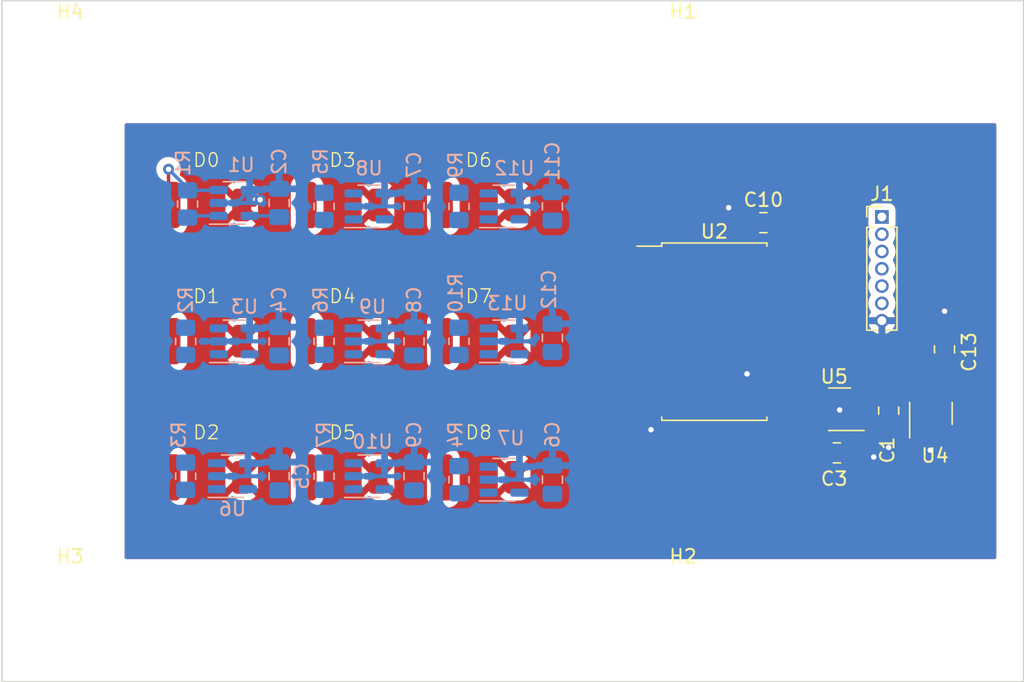
<source format=kicad_pcb>
(kicad_pcb (version 20221018) (generator pcbnew)
  (layers (0 "F.Cu" signal) (31 "B.Cu" signal) (34 "B.Paste" user) (35 "F.Paste" user) (36 "B.SilkS" user "B.Silkscreen") (37 "F.SilkS" user "F.Silkscreen") (38 "B.Mask" user) (39 "F.Mask" user) (44 "Edge.Cuts" user))
  (net 0 "")
  (net 1 "Net-(U4-VREF)")
  (net 2 "GND")
  (net 3 "+3.3V")
  (net 4 "Net-(D0-K)")
  (net 5 "Net-(D1-K)")
  (net 6 "Net-(D2-K)")
  (net 7 "Net-(D3-K)")
  (net 8 "Net-(D4-K)")
  (net 9 "Net-(D5-K)")
  (net 10 "Net-(D6-K)")
  (net 11 "Net-(D7-K)")
  (net 12 "Net-(D8-K)")
  (net 13 "EOC")
  (net 14 "DATA_OUT")
  (net 15 "DATA_IN")
  (net 16 "~{CS}")
  (net 17 "I{slash}O_CLK")
  (net 18 "Diode_0")
  (net 19 "Diode_1")
  (net 20 "Diode_2")
  (net 21 "Diode_8")
  (net 22 "Diode_3")
  (net 23 "Diode_4")
  (net 24 "Diode_5")
  (net 25 "Diode_6")
  (net 26 "Diode_7")
  (net 29 "Net-(U2-REF+)")
  (footprint "Capacitor_SMD:C_0805_2012Metric_Pad1.18x1.45mm_HandSolder" (layer "F.Cu") (at 130.1 85.1 -90)
    (fp_text reference "C1" (at 2.9 0.1 90) (layer "F.SilkS"))
    (fp_text value "22n")
    (fp_line (start -0.261252 -0.735) (end 0.261252 -0.735) (stroke (width 0.12)) (layer "F.SilkS"))
    (fp_line (start -0.261252 0.735) (end 0.261252 0.735) (stroke (width 0.12)) (layer "F.SilkS"))
    (pad "1" smd roundrect (at -1.0375 0 270) (size 1.175 1.45) (layers "F.Cu" "F.Paste" "F.Mask") (roundrect_rratio 0.212766) (net 1 "Net-(U4-VREF)"))
    (pad "2" smd roundrect (at 1.0375 0 270) (size 1.175 1.45) (layers "F.Cu" "F.Paste" "F.Mask") (roundrect_rratio 0.212766) (net 2 "GND"))
  )
  (footprint "Package_SO:SOIC-20W_7.5x12.8mm_P1.27mm" (layer "F.Cu") (at 117.3 79.3)
    (fp_text reference "U2" (at 0 -7.35) (layer "F.SilkS"))
    (fp_text value "TLV2553")
    (fp_line (start -3.86 -6.51) (end -3.86 -6.275) (stroke (width 0.12)) (layer "F.SilkS"))
    (fp_line (start -3.86 -6.275) (end -5.675 -6.275) (stroke (width 0.12)) (layer "F.SilkS"))
    (fp_line (start -3.86 6.51) (end -3.86 6.275) (stroke (width 0.12)) (layer "F.SilkS"))
    (fp_line (start 0 -6.51) (end -3.86 -6.51) (stroke (width 0.12)) (layer "F.SilkS"))
    (fp_line (start 0 -6.51) (end 3.86 -6.51) (stroke (width 0.12)) (layer "F.SilkS"))
    (fp_line (start 0 6.51) (end -3.86 6.51) (stroke (width 0.12)) (layer "F.SilkS"))
    (fp_line (start 0 6.51) (end 3.86 6.51) (stroke (width 0.12)) (layer "F.SilkS"))
    (fp_line (start 3.86 -6.51) (end 3.86 -6.275) (stroke (width 0.12)) (layer "F.SilkS"))
    (fp_line (start 3.86 6.51) (end 3.86 6.275) (stroke (width 0.12)) (layer "F.SilkS"))
    (pad "1" smd roundrect (at -4.65 -5.715) (size 2.05 0.6) (layers "F.Cu" "F.Paste" "F.Mask") (net 18 "Diode_0"))
    (pad "2" smd roundrect (at -4.65 -4.445) (size 2.05 0.6) (layers "F.Cu" "F.Paste" "F.Mask") (net 19 "Diode_1"))
    (pad "3" smd roundrect (at -4.65 -3.175) (size 2.05 0.6) (layers "F.Cu" "F.Paste" "F.Mask") (net 20 "Diode_2"))
    (pad "4" smd roundrect (at -4.65 -1.905) (size 2.05 0.6) (layers "F.Cu" "F.Paste" "F.Mask") (net 22 "Diode_3"))
    (pad "5" smd roundrect (at -4.65 -0.635) (size 2.05 0.6) (layers "F.Cu" "F.Paste" "F.Mask") (net 23 "Diode_4"))
    (pad "6" smd roundrect (at -4.65 0.635) (size 2.05 0.6) (layers "F.Cu" "F.Paste" "F.Mask") (net 24 "Diode_5"))
    (pad "7" smd roundrect (at -4.65 1.905) (size 2.05 0.6) (layers "F.Cu" "F.Paste" "F.Mask") (net 25 "Diode_6"))
    (pad "8" smd roundrect (at -4.65 3.175) (size 2.05 0.6) (layers "F.Cu" "F.Paste" "F.Mask") (net 26 "Diode_7"))
    (pad "9" smd roundrect (at -4.65 4.445) (size 2.05 0.6) (layers "F.Cu" "F.Paste" "F.Mask") (net 21 "Diode_8"))
    (pad "10" smd roundrect (at -4.65 5.715) (size 2.05 0.6) (layers "F.Cu" "F.Paste" "F.Mask") (net 2 "GND"))
    (pad "11" smd roundrect (at 4.65 5.715) (size 2.05 0.6) (layers "F.Cu" "F.Paste" "F.Mask"))
    (pad "12" smd roundrect (at 4.65 4.445) (size 2.05 0.6) (layers "F.Cu" "F.Paste" "F.Mask"))
    (pad "13" smd roundrect (at 4.65 3.175) (size 2.05 0.6) (layers "F.Cu" "F.Paste" "F.Mask") (net 2 "GND"))
    (pad "14" smd roundrect (at 4.65 1.905) (size 2.05 0.6) (layers "F.Cu" "F.Paste" "F.Mask") (net 29 "Net-(U2-REF+)"))
    (pad "15" smd roundrect (at 4.65 0.635) (size 2.05 0.6) (layers "F.Cu" "F.Paste" "F.Mask") (net 16 "~{CS}"))
    (pad "16" smd roundrect (at 4.65 -0.635) (size 2.05 0.6) (layers "F.Cu" "F.Paste" "F.Mask") (net 14 "DATA_OUT"))
    (pad "17" smd roundrect (at 4.65 -1.905) (size 2.05 0.6) (layers "F.Cu" "F.Paste" "F.Mask") (net 15 "DATA_IN"))
    (pad "18" smd roundrect (at 4.65 -3.175) (size 2.05 0.6) (layers "F.Cu" "F.Paste" "F.Mask") (net 17 "I{slash}O_CLK"))
    (pad "19" smd roundrect (at 4.65 -4.445) (size 2.05 0.6) (layers "F.Cu" "F.Paste" "F.Mask") (net 13 "EOC"))
    (pad "20" smd roundrect (at 4.65 -5.715) (size 2.05 0.6) (layers "F.Cu" "F.Paste" "F.Mask") (net 3 "+3.3V"))
  )
  (footprint "Doides:Osram_SFH2240" (layer "F.Cu") (at 90 80)
    (fp_text reference "D4" (at 0 -3.3 unlocked) (layer "F.SilkS") (effects (font (thickness 0.1))))
    (fp_text value "SFH2240A01")
    (pad "1" smd roundrect (at -2.6 0 90) (size 3.4 1.4) (layers "F.Cu" "F.Paste" "F.Mask") (net 8 "Net-(D4-K)"))
    (pad "2" smd roundrect (at 2.6 0 90) (size 2.4 1.4) (layers "F.Cu" "F.Paste" "F.Mask") (net 2 "GND"))
  )
  (footprint "Doides:Osram_SFH2240" (layer "F.Cu") (at 80 70)
    (fp_text reference "D0" (at 0 -3.3 unlocked) (layer "F.SilkS") (effects (font (thickness 0.1))))
    (fp_text value "SFH2240A01")
    (pad "1" smd roundrect (at -2.6 0 90) (size 3.4 1.4) (layers "F.Cu" "F.Paste" "F.Mask") (net 4 "Net-(D0-K)"))
    (pad "2" smd roundrect (at 2.6 0 90) (size 2.4 1.4) (layers "F.Cu" "F.Paste" "F.Mask") (net 2 "GND"))
  )
  (footprint "Doides:Osram_SFH2240" (layer "F.Cu") (at 90 70)
    (fp_text reference "D3" (at 0 -3.3 unlocked) (layer "F.SilkS") (effects (font (thickness 0.1))))
    (fp_text value "SFH2240A01")
    (pad "1" smd roundrect (at -2.6 0 90) (size 3.4 1.4) (layers "F.Cu" "F.Paste" "F.Mask") (net 7 "Net-(D3-K)"))
    (pad "2" smd roundrect (at 2.6 0 90) (size 2.4 1.4) (layers "F.Cu" "F.Paste" "F.Mask") (net 2 "GND"))
  )
  (footprint "Connector_PinHeader_1.27mm:PinHeader_1x07_P1.27mm_Vertical" (layer "F.Cu") (at 129.6 70.875)
    (fp_text reference "J1" (at 0 -1.695) (layer "F.SilkS"))
    (fp_text value "To/From FPGA")
    (fp_line (start -1.11 -0.76) (end 0 -0.76) (stroke (width 0.12)) (layer "F.SilkS"))
    (fp_line (start -1.11 0) (end -1.11 -0.76) (stroke (width 0.12)) (layer "F.SilkS"))
    (fp_line (start -1.11 0.76) (end -1.11 8.315) (stroke (width 0.12)) (layer "F.SilkS"))
    (fp_line (start -1.11 0.76) (end -0.563471 0.76) (stroke (width 0.12)) (layer "F.SilkS"))
    (fp_line (start -1.11 8.315) (end -0.30753 8.315) (stroke (width 0.12)) (layer "F.SilkS"))
    (fp_line (start 0.30753 8.315) (end 1.11 8.315) (stroke (width 0.12)) (layer "F.SilkS"))
    (fp_line (start 0.563471 0.76) (end 1.11 0.76) (stroke (width 0.12)) (layer "F.SilkS"))
    (fp_line (start 1.11 0.76) (end 1.11 8.315) (stroke (width 0.12)) (layer "F.SilkS"))
    (pad "1" thru_hole rect (at 0 0) (size 1 1) (drill 0.65) (layers "*.Cu" "*.Mask") (net 3 "+3.3V"))
    (pad "2" thru_hole oval (at 0 1.27) (size 1 1) (drill 0.65) (layers "*.Cu" "*.Mask") (net 13 "EOC"))
    (pad "3" thru_hole oval (at 0 2.54) (size 1 1) (drill 0.65) (layers "*.Cu" "*.Mask") (net 14 "DATA_OUT"))
    (pad "4" thru_hole oval (at 0 3.81) (size 1 1) (drill 0.65) (layers "*.Cu" "*.Mask") (net 15 "DATA_IN"))
    (pad "5" thru_hole oval (at 0 5.08) (size 1 1) (drill 0.65) (layers "*.Cu" "*.Mask") (net 16 "~{CS}"))
    (pad "6" thru_hole oval (at 0 6.35) (size 1 1) (drill 0.65) (layers "*.Cu" "*.Mask") (net 17 "I{slash}O_CLK"))
    (pad "7" thru_hole oval (at 0 7.62) (size 1 1) (drill 0.65) (layers "*.Cu" "*.Mask") (net 2 "GND"))
  )
  (footprint "Package_TO_SOT_SMD:SOT-23-5" (layer "F.Cu") (at 126.5 85 180)
    (fp_text reference "U5" (at 0.4 2.4) (layer "F.SilkS"))
    (fp_text value "MCP601")
    (fp_line (start 0 -1.56) (end -1.8 -1.56) (stroke (width 0.12)) (layer "F.SilkS"))
    (fp_line (start 0 -1.56) (end 0.8 -1.56) (stroke (width 0.12)) (layer "F.SilkS"))
    (fp_line (start 0 1.56) (end -0.8 1.56) (stroke (width 0.12)) (layer "F.SilkS"))
    (fp_line (start 0 1.56) (end 0.8 1.56) (stroke (width 0.12)) (layer "F.SilkS"))
    (pad "1" smd roundrect (at -1.1375 -0.95 180) (size 1.325 0.6) (layers "F.Cu" "F.Paste" "F.Mask") (net 29 "Net-(U2-REF+)"))
    (pad "2" smd roundrect (at -1.1375 0 180) (size 1.325 0.6) (layers "F.Cu" "F.Paste" "F.Mask") (net 2 "GND"))
    (pad "3" smd roundrect (at -1.1375 0.95 180) (size 1.325 0.6) (layers "F.Cu" "F.Paste" "F.Mask") (net 1 "Net-(U4-VREF)"))
    (pad "4" smd roundrect (at 1.1375 0.95 180) (size 1.325 0.6) (layers "F.Cu" "F.Paste" "F.Mask") (net 29 "Net-(U2-REF+)"))
    (pad "5" smd roundrect (at 1.1375 -0.95 180) (size 1.325 0.6) (layers "F.Cu" "F.Paste" "F.Mask") (net 3 "+3.3V"))
  )
  (footprint "MountingHole:MountingHole_3.2mm_M3" (layer "F.Cu") (at 70 100)
    (fp_text reference "H3" (at 0 -4.2) (layer "F.SilkS"))
    (fp_text value "MountingHole")
    (pad "" np_thru_hole circle (at 0 0) (size 3.2 3.2) (drill 3.2) (layers "*.Cu" "*.Mask"))
  )
  (footprint "Doides:Osram_SFH2240" (layer "F.Cu") (at 100 70)
    (fp_text reference "D6" (at 0 -3.3 unlocked) (layer "F.SilkS") (effects (font (thickness 0.1))))
    (fp_text value "SFH2240A01")
    (pad "1" smd roundrect (at -2.6 0 90) (size 3.4 1.4) (layers "F.Cu" "F.Paste" "F.Mask") (net 10 "Net-(D6-K)"))
    (pad "2" smd roundrect (at 2.6 0 90) (size 2.4 1.4) (layers "F.Cu" "F.Paste" "F.Mask") (net 2 "GND"))
  )
  (footprint "MountingHole:MountingHole_3.2mm_M3" (layer "F.Cu") (at 70 60)
    (fp_text reference "H4" (at 0 -4.2) (layer "F.SilkS"))
    (fp_text value "MountingHole")
    (pad "" np_thru_hole circle (at 0 0) (size 3.2 3.2) (drill 3.2) (layers "*.Cu" "*.Mask"))
  )
  (footprint "MountingHole:MountingHole_3.2mm_M3" (layer "F.Cu") (at 115 60)
    (fp_text reference "H1" (at 0 -4.2) (layer "F.SilkS"))
    (fp_text value "MountingHole")
    (pad "" np_thru_hole circle (at 0 0) (size 3.2 3.2) (drill 3.2) (layers "*.Cu" "*.Mask"))
  )
  (footprint "Capacitor_SMD:C_0805_2012Metric_Pad1.18x1.45mm_HandSolder" (layer "F.Cu") (at 126.3 88.2)
    (fp_text reference "C3" (at -0.2 1.9) (layer "F.SilkS"))
    (fp_text value "100n")
    (fp_line (start -0.261252 -0.735) (end 0.261252 -0.735) (stroke (width 0.12)) (layer "F.SilkS"))
    (fp_line (start -0.261252 0.735) (end 0.261252 0.735) (stroke (width 0.12)) (layer "F.SilkS"))
    (pad "1" smd roundrect (at -1.0375 0) (size 1.175 1.45) (layers "F.Cu" "F.Paste" "F.Mask") (roundrect_rratio 0.212766) (net 3 "+3.3V"))
    (pad "2" smd roundrect (at 1.0375 0) (size 1.175 1.45) (layers "F.Cu" "F.Paste" "F.Mask") (roundrect_rratio 0.212766) (net 2 "GND"))
  )
  (footprint "Capacitor_SMD:C_0805_2012Metric_Pad1.18x1.45mm_HandSolder" (layer "F.Cu") (at 134.2 80.6 90)
    (fp_text reference "C13" (at -0.2 1.8 90) (layer "F.SilkS"))
    (fp_text value "100n")
    (fp_line (start -0.261252 -0.735) (end 0.261252 -0.735) (stroke (width 0.12)) (layer "F.SilkS"))
    (fp_line (start -0.261252 0.735) (end 0.261252 0.735) (stroke (width 0.12)) (layer "F.SilkS"))
    (pad "1" smd roundrect (at -1.0375 0 90) (size 1.175 1.45) (layers "F.Cu" "F.Paste" "F.Mask") (roundrect_rratio 0.212766) (net 3 "+3.3V"))
    (pad "2" smd roundrect (at 1.0375 0 90) (size 1.175 1.45) (layers "F.Cu" "F.Paste" "F.Mask") (roundrect_rratio 0.212766) (net 2 "GND"))
  )
  (footprint "Doides:Osram_SFH2240" (layer "F.Cu") (at 80 80)
    (fp_text reference "D1" (at 0 -3.3 unlocked) (layer "F.SilkS") (effects (font (thickness 0.1))))
    (fp_text value "SFH2240A01")
    (pad "1" smd roundrect (at -2.6 0 90) (size 3.4 1.4) (layers "F.Cu" "F.Paste" "F.Mask") (net 5 "Net-(D1-K)"))
    (pad "2" smd roundrect (at 2.6 0 90) (size 2.4 1.4) (layers "F.Cu" "F.Paste" "F.Mask") (net 2 "GND"))
  )
  (footprint "Doides:Osram_SFH2240" (layer "F.Cu") (at 80 90)
    (fp_text reference "D2" (at 0 -3.3 unlocked) (layer "F.SilkS") (effects (font (thickness 0.1))))
    (fp_text value "SFH2240A01")
    (pad "1" smd roundrect (at -2.6 0 90) (size 3.4 1.4) (layers "F.Cu" "F.Paste" "F.Mask") (net 6 "Net-(D2-K)"))
    (pad "2" smd roundrect (at 2.6 0 90) (size 2.4 1.4) (layers "F.Cu" "F.Paste" "F.Mask") (net 2 "GND"))
  )
  (footprint "MountingHole:MountingHole_3.2mm_M3" (layer "F.Cu") (at 115 100)
    (fp_text reference "H2" (at 0 -4.2) (layer "F.SilkS"))
    (fp_text value "MountingHole")
    (pad "" np_thru_hole circle (at 0 0) (size 3.2 3.2) (drill 3.2) (layers "*.Cu" "*.Mask"))
  )
  (footprint "Package_TO_SOT_SMD:SOT-23-5" (layer "F.Cu") (at 133.2 85.3 90)
    (fp_text reference "U4" (at -3.1 0.3 180) (layer "F.SilkS"))
    (fp_text value "LM4120IM5-2.5")
    (fp_line (start 0 -1.56) (end -1.8 -1.56) (stroke (width 0.12)) (layer "F.SilkS"))
    (fp_line (start 0 -1.56) (end 0.8 -1.56) (stroke (width 0.12)) (layer "F.SilkS"))
    (fp_line (start 0 1.56) (end -0.8 1.56) (stroke (width 0.12)) (layer "F.SilkS"))
    (fp_line (start 0 1.56) (end 0.8 1.56) (stroke (width 0.12)) (layer "F.SilkS"))
    (pad "1" smd roundrect (at -1.1375 -0.95 90) (size 1.325 0.6) (layers "F.Cu" "F.Paste" "F.Mask"))
    (pad "2" smd roundrect (at -1.1375 0 90) (size 1.325 0.6) (layers "F.Cu" "F.Paste" "F.Mask") (net 2 "GND"))
    (pad "3" smd roundrect (at -1.1375 0.95 90) (size 1.325 0.6) (layers "F.Cu" "F.Paste" "F.Mask") (net 3 "+3.3V"))
    (pad "4" smd roundrect (at 1.1375 0.95 90) (size 1.325 0.6) (layers "F.Cu" "F.Paste" "F.Mask") (net 3 "+3.3V"))
    (pad "5" smd roundrect (at 1.1375 -0.95 90) (size 1.325 0.6) (layers "F.Cu" "F.Paste" "F.Mask") (net 1 "Net-(U4-VREF)"))
  )
  (footprint "Doides:Osram_SFH2240" (layer "F.Cu") (at 100 80)
    (fp_text reference "D7" (at 0 -3.3 unlocked) (layer "F.SilkS") (effects (font (thickness 0.1))))
    (fp_text value "SFH2240A01")
    (pad "1" smd roundrect (at -2.6 0 90) (size 3.4 1.4) (layers "F.Cu" "F.Paste" "F.Mask") (net 11 "Net-(D7-K)"))
    (pad "2" smd roundrect (at 2.6 0 90) (size 2.4 1.4) (layers "F.Cu" "F.Paste" "F.Mask") (net 2 "GND"))
  )
  (footprint "Doides:Osram_SFH2240" (layer "F.Cu") (at 100 90)
    (fp_text reference "D8" (at 0 -3.3 unlocked) (layer "F.SilkS") (effects (font (thickness 0.1))))
    (fp_text value "SFH2240A01")
    (pad "1" smd roundrect (at -2.6 0 90) (size 3.4 1.4) (layers "F.Cu" "F.Paste" "F.Mask") (net 12 "Net-(D8-K)"))
    (pad "2" smd roundrect (at 2.6 0 90) (size 2.4 1.4) (layers "F.Cu" "F.Paste" "F.Mask") (net 2 "GND"))
  )
  (footprint "Capacitor_SMD:C_0805_2012Metric_Pad1.18x1.45mm_HandSolder" (layer "F.Cu") (at 120.9 71.3)
    (fp_text reference "C10" (at 0 -1.68) (layer "F.SilkS"))
    (fp_text value "100n")
    (fp_line (start -0.261252 -0.735) (end 0.261252 -0.735) (stroke (width 0.12)) (layer "F.SilkS"))
    (fp_line (start -0.261252 0.735) (end 0.261252 0.735) (stroke (width 0.12)) (layer "F.SilkS"))
    (pad "1" smd roundrect (at -1.0375 0) (size 1.175 1.45) (layers "F.Cu" "F.Paste" "F.Mask") (roundrect_rratio 0.212766) (net 2 "GND"))
    (pad "2" smd roundrect (at 1.0375 0) (size 1.175 1.45) (layers "F.Cu" "F.Paste" "F.Mask") (roundrect_rratio 0.212766) (net 3 "+3.3V"))
  )
  (footprint "Doides:Osram_SFH2240" (layer "F.Cu") (at 90 90)
    (fp_text reference "D5" (at 0 -3.3 unlocked) (layer "F.SilkS") (effects (font (thickness 0.1))))
    (fp_text value "SFH2240A01")
    (pad "1" smd roundrect (at -2.6 0 90) (size 3.4 1.4) (layers "F.Cu" "F.Paste" "F.Mask") (net 9 "Net-(D5-K)"))
    (pad "2" smd roundrect (at 2.6 0 90) (size 2.4 1.4) (layers "F.Cu" "F.Paste" "F.Mask") (net 2 "GND"))
  )
  (footprint "Package_TO_SOT_SMD:SOT-23-5" (layer "B.Cu") (at 91.948 80.01)
    (fp_text reference "U9" (at 0.254 -2.54) (layer "B.SilkS") (effects (justify mirror)))
    (fp_text value "MCP601")
    (fp_line (start 0 -1.56) (end -0.8 -1.56) (stroke (width 0.12)) (layer "B.SilkS"))
    (fp_line (start 0 -1.56) (end 0.8 -1.56) (stroke (width 0.12)) (layer "B.SilkS"))
    (fp_line (start 0 1.56) (end -1.8 1.56) (stroke (width 0.12)) (layer "B.SilkS"))
    (fp_line (start 0 1.56) (end 0.8 1.56) (stroke (width 0.12)) (layer "B.SilkS"))
    (pad "1" smd roundrect (at -1.1375 0.95) (size 1.325 0.6) (layers "B.Cu" "B.Paste" "B.Mask") (net 23 "Diode_4"))
    (pad "2" smd roundrect (at -1.1375 0) (size 1.325 0.6) (layers "B.Cu" "B.Paste" "B.Mask") (net 2 "GND"))
    (pad "3" smd roundrect (at -1.1375 -0.95) (size 1.325 0.6) (layers "B.Cu" "B.Paste" "B.Mask") (net 8 "Net-(D4-K)"))
    (pad "4" smd roundrect (at 1.1375 -0.95) (size 1.325 0.6) (layers "B.Cu" "B.Paste" "B.Mask") (net 2 "GND"))
    (pad "5" smd roundrect (at 1.1375 0.95) (size 1.325 0.6) (layers "B.Cu" "B.Paste" "B.Mask") (net 3 "+3.3V"))
  )
  (footprint "Package_TO_SOT_SMD:SOT-23-5" (layer "B.Cu") (at 101.854 90.17)
    (fp_text reference "U7" (at 0.508 -3.048) (layer "B.SilkS") (effects (justify mirror)))
    (fp_text value "MCP601")
    (fp_line (start 0 -1.56) (end -0.8 -1.56) (stroke (width 0.12)) (layer "B.SilkS"))
    (fp_line (start 0 -1.56) (end 0.8 -1.56) (stroke (width 0.12)) (layer "B.SilkS"))
    (fp_line (start 0 1.56) (end -1.8 1.56) (stroke (width 0.12)) (layer "B.SilkS"))
    (fp_line (start 0 1.56) (end 0.8 1.56) (stroke (width 0.12)) (layer "B.SilkS"))
    (pad "1" smd roundrect (at -1.1375 0.95) (size 1.325 0.6) (layers "B.Cu" "B.Paste" "B.Mask") (net 21 "Diode_8"))
    (pad "2" smd roundrect (at -1.1375 0) (size 1.325 0.6) (layers "B.Cu" "B.Paste" "B.Mask") (net 2 "GND"))
    (pad "3" smd roundrect (at -1.1375 -0.95) (size 1.325 0.6) (layers "B.Cu" "B.Paste" "B.Mask") (net 12 "Net-(D8-K)"))
    (pad "4" smd roundrect (at 1.1375 -0.95) (size 1.325 0.6) (layers "B.Cu" "B.Paste" "B.Mask") (net 2 "GND"))
    (pad "5" smd roundrect (at 1.1375 0.95) (size 1.325 0.6) (layers "B.Cu" "B.Paste" "B.Mask") (net 3 "+3.3V"))
  )
  (footprint "Resistor_SMD:R_0805_2012Metric_Pad1.20x1.40mm_HandSolder" (layer "B.Cu") (at 98.552 80.01 -90)
    (fp_text reference "R10" (at -3.556 0.254 90) (layer "B.SilkS") (effects (justify mirror)))
    (fp_text value "R")
    (fp_line (start -0.227064 -0.735) (end 0.227064 -0.735) (stroke (width 0.12)) (layer "B.SilkS"))
    (fp_line (start -0.227064 0.735) (end 0.227064 0.735) (stroke (width 0.12)) (layer "B.SilkS"))
    (pad "1" smd roundrect (at -1 0 270) (size 1.2 1.4) (layers "B.Cu" "B.Paste" "B.Mask") (roundrect_rratio 0.208333) (net 11 "Net-(D7-K)"))
    (pad "2" smd roundrect (at 1 0 270) (size 1.2 1.4) (layers "B.Cu" "B.Paste" "B.Mask") (roundrect_rratio 0.208333) (net 26 "Diode_7"))
  )
  (footprint "Capacitor_SMD:C_0805_2012Metric_Pad1.18x1.45mm_HandSolder" (layer "B.Cu") (at 105.41 70.104 90)
    (fp_text reference "C11" (at 3.302 0 90) (layer "B.SilkS") (effects (justify mirror)))
    (fp_text value "100n")
    (fp_line (start -0.261252 -0.735) (end 0.261252 -0.735) (stroke (width 0.12)) (layer "B.SilkS"))
    (fp_line (start -0.261252 0.735) (end 0.261252 0.735) (stroke (width 0.12)) (layer "B.SilkS"))
    (pad "1" smd roundrect (at -1.0375 0 90) (size 1.175 1.45) (layers "B.Cu" "B.Paste" "B.Mask") (roundrect_rratio 0.212766) (net 3 "+3.3V"))
    (pad "2" smd roundrect (at 1.0375 0 90) (size 1.175 1.45) (layers "B.Cu" "B.Paste" "B.Mask") (roundrect_rratio 0.212766) (net 2 "GND"))
  )
  (footprint "Package_TO_SOT_SMD:SOT-23-5" (layer "B.Cu") (at 101.854 70.104)
    (fp_text reference "U12" (at 0.762 -2.794) (layer "B.SilkS") (effects (justify mirror)))
    (fp_text value "MCP601")
    (fp_line (start 0 -1.56) (end -0.8 -1.56) (stroke (width 0.12)) (layer "B.SilkS"))
    (fp_line (start 0 -1.56) (end 0.8 -1.56) (stroke (width 0.12)) (layer "B.SilkS"))
    (fp_line (start 0 1.56) (end -1.8 1.56) (stroke (width 0.12)) (layer "B.SilkS"))
    (fp_line (start 0 1.56) (end 0.8 1.56) (stroke (width 0.12)) (layer "B.SilkS"))
    (pad "1" smd roundrect (at -1.1375 0.95) (size 1.325 0.6) (layers "B.Cu" "B.Paste" "B.Mask") (net 25 "Diode_6"))
    (pad "2" smd roundrect (at -1.1375 0) (size 1.325 0.6) (layers "B.Cu" "B.Paste" "B.Mask") (net 2 "GND"))
    (pad "3" smd roundrect (at -1.1375 -0.95) (size 1.325 0.6) (layers "B.Cu" "B.Paste" "B.Mask") (net 10 "Net-(D6-K)"))
    (pad "4" smd roundrect (at 1.1375 -0.95) (size 1.325 0.6) (layers "B.Cu" "B.Paste" "B.Mask") (net 2 "GND"))
    (pad "5" smd roundrect (at 1.1375 0.95) (size 1.325 0.6) (layers "B.Cu" "B.Paste" "B.Mask") (net 3 "+3.3V"))
  )
  (footprint "Capacitor_SMD:C_0805_2012Metric_Pad1.18x1.45mm_HandSolder" (layer "B.Cu") (at 85.344 69.85 90)
    (fp_text reference "C2" (at 3.048 0 90) (layer "B.SilkS") (effects (justify mirror)))
    (fp_text value "100n")
    (fp_line (start -0.261252 -0.735) (end 0.261252 -0.735) (stroke (width 0.12)) (layer "B.SilkS"))
    (fp_line (start -0.261252 0.735) (end 0.261252 0.735) (stroke (width 0.12)) (layer "B.SilkS"))
    (pad "1" smd roundrect (at -1.0375 0 90) (size 1.175 1.45) (layers "B.Cu" "B.Paste" "B.Mask") (roundrect_rratio 0.212766) (net 3 "+3.3V"))
    (pad "2" smd roundrect (at 1.0375 0 90) (size 1.175 1.45) (layers "B.Cu" "B.Paste" "B.Mask") (roundrect_rratio 0.212766) (net 2 "GND"))
  )
  (footprint "Resistor_SMD:R_0805_2012Metric_Pad1.20x1.40mm_HandSolder" (layer "B.Cu") (at 78.486 89.916 -90)
    (fp_text reference "R3" (at -3.048 0.508 90) (layer "B.SilkS") (effects (justify mirror)))
    (fp_text value "R")
    (fp_line (start -0.227064 -0.735) (end 0.227064 -0.735) (stroke (width 0.12)) (layer "B.SilkS"))
    (fp_line (start -0.227064 0.735) (end 0.227064 0.735) (stroke (width 0.12)) (layer "B.SilkS"))
    (pad "1" smd roundrect (at -1 0 270) (size 1.2 1.4) (layers "B.Cu" "B.Paste" "B.Mask") (roundrect_rratio 0.208333) (net 6 "Net-(D2-K)"))
    (pad "2" smd roundrect (at 1 0 270) (size 1.2 1.4) (layers "B.Cu" "B.Paste" "B.Mask") (roundrect_rratio 0.208333) (net 20 "Diode_2"))
  )
  (footprint "Package_TO_SOT_SMD:SOT-23-5" (layer "B.Cu") (at 91.948 89.916)
    (fp_text reference "U10" (at 0.254 -2.54) (layer "B.SilkS") (effects (justify mirror)))
    (fp_text value "MCP601")
    (fp_line (start 0 -1.56) (end -0.8 -1.56) (stroke (width 0.12)) (layer "B.SilkS"))
    (fp_line (start 0 -1.56) (end 0.8 -1.56) (stroke (width 0.12)) (layer "B.SilkS"))
    (fp_line (start 0 1.56) (end -1.8 1.56) (stroke (width 0.12)) (layer "B.SilkS"))
    (fp_line (start 0 1.56) (end 0.8 1.56) (stroke (width 0.12)) (layer "B.SilkS"))
    (pad "1" smd roundrect (at -1.1375 0.95) (size 1.325 0.6) (layers "B.Cu" "B.Paste" "B.Mask") (net 24 "Diode_5"))
    (pad "2" smd roundrect (at -1.1375 0) (size 1.325 0.6) (layers "B.Cu" "B.Paste" "B.Mask") (net 2 "GND"))
    (pad "3" smd roundrect (at -1.1375 -0.95) (size 1.325 0.6) (layers "B.Cu" "B.Paste" "B.Mask") (net 9 "Net-(D5-K)"))
    (pad "4" smd roundrect (at 1.1375 -0.95) (size 1.325 0.6) (layers "B.Cu" "B.Paste" "B.Mask") (net 2 "GND"))
    (pad "5" smd roundrect (at 1.1375 0.95) (size 1.325 0.6) (layers "B.Cu" "B.Paste" "B.Mask") (net 3 "+3.3V"))
  )
  (footprint "Capacitor_SMD:C_0805_2012Metric_Pad1.18x1.45mm_HandSolder" (layer "B.Cu") (at 85.344 89.916 90)
    (fp_text reference "C5" (at 0 1.68 90) (layer "B.SilkS") (effects (justify mirror)))
    (fp_text value "100n")
    (fp_line (start -0.261252 -0.735) (end 0.261252 -0.735) (stroke (width 0.12)) (layer "B.SilkS"))
    (fp_line (start -0.261252 0.735) (end 0.261252 0.735) (stroke (width 0.12)) (layer "B.SilkS"))
    (pad "1" smd roundrect (at -1.0375 0 90) (size 1.175 1.45) (layers "B.Cu" "B.Paste" "B.Mask") (roundrect_rratio 0.212766) (net 3 "+3.3V"))
    (pad "2" smd roundrect (at 1.0375 0 90) (size 1.175 1.45) (layers "B.Cu" "B.Paste" "B.Mask") (roundrect_rratio 0.212766) (net 2 "GND"))
  )
  (footprint "Resistor_SMD:R_0805_2012Metric_Pad1.20x1.40mm_HandSolder" (layer "B.Cu") (at 78.486 80.01 -90)
    (fp_text reference "R2" (at -3.048 0 90) (layer "B.SilkS") (effects (justify mirror)))
    (fp_text value "R")
    (fp_line (start -0.227064 -0.735) (end 0.227064 -0.735) (stroke (width 0.12)) (layer "B.SilkS"))
    (fp_line (start -0.227064 0.735) (end 0.227064 0.735) (stroke (width 0.12)) (layer "B.SilkS"))
    (pad "1" smd roundrect (at -1 0 270) (size 1.2 1.4) (layers "B.Cu" "B.Paste" "B.Mask") (roundrect_rratio 0.208333) (net 5 "Net-(D1-K)"))
    (pad "2" smd roundrect (at 1 0 270) (size 1.2 1.4) (layers "B.Cu" "B.Paste" "B.Mask") (roundrect_rratio 0.208333) (net 19 "Diode_1"))
  )
  (footprint "Capacitor_SMD:C_0805_2012Metric_Pad1.18x1.45mm_HandSolder" (layer "B.Cu") (at 95.25 80.01 90)
    (fp_text reference "C8" (at 3.048 0 90) (layer "B.SilkS") (effects (justify mirror)))
    (fp_text value "100n")
    (fp_line (start -0.261252 -0.735) (end 0.261252 -0.735) (stroke (width 0.12)) (layer "B.SilkS"))
    (fp_line (start -0.261252 0.735) (end 0.261252 0.735) (stroke (width 0.12)) (layer "B.SilkS"))
    (pad "1" smd roundrect (at -1.0375 0 90) (size 1.175 1.45) (layers "B.Cu" "B.Paste" "B.Mask") (roundrect_rratio 0.212766) (net 3 "+3.3V"))
    (pad "2" smd roundrect (at 1.0375 0 90) (size 1.175 1.45) (layers "B.Cu" "B.Paste" "B.Mask") (roundrect_rratio 0.212766) (net 2 "GND"))
  )
  (footprint "Package_TO_SOT_SMD:SOT-23-5" (layer "B.Cu") (at 82.042 69.85)
    (fp_text reference "U1" (at 0.508 -2.794) (layer "B.SilkS") (effects (justify mirror)))
    (fp_text value "MCP601")
    (fp_line (start 0 -1.56) (end -0.8 -1.56) (stroke (width 0.12)) (layer "B.SilkS"))
    (fp_line (start 0 -1.56) (end 0.8 -1.56) (stroke (width 0.12)) (layer "B.SilkS"))
    (fp_line (start 0 1.56) (end -1.8 1.56) (stroke (width 0.12)) (layer "B.SilkS"))
    (fp_line (start 0 1.56) (end 0.8 1.56) (stroke (width 0.12)) (layer "B.SilkS"))
    (pad "1" smd roundrect (at -1.1375 0.95) (size 1.325 0.6) (layers "B.Cu" "B.Paste" "B.Mask") (net 18 "Diode_0"))
    (pad "2" smd roundrect (at -1.1375 0) (size 1.325 0.6) (layers "B.Cu" "B.Paste" "B.Mask") (net 2 "GND"))
    (pad "3" smd roundrect (at -1.1375 -0.95) (size 1.325 0.6) (layers "B.Cu" "B.Paste" "B.Mask") (net 4 "Net-(D0-K)"))
    (pad "4" smd roundrect (at 1.1375 -0.95) (size 1.325 0.6) (layers "B.Cu" "B.Paste" "B.Mask") (net 2 "GND"))
    (pad "5" smd roundrect (at 1.1375 0.95) (size 1.325 0.6) (layers "B.Cu" "B.Paste" "B.Mask") (net 3 "+3.3V"))
  )
  (footprint "Capacitor_SMD:C_0805_2012Metric_Pad1.18x1.45mm_HandSolder" (layer "B.Cu") (at 105.41 90.17 90)
    (fp_text reference "C6" (at 3.302 0 90) (layer "B.SilkS") (effects (justify mirror)))
    (fp_text value "100n")
    (fp_line (start -0.261252 -0.735) (end 0.261252 -0.735) (stroke (width 0.12)) (layer "B.SilkS"))
    (fp_line (start -0.261252 0.735) (end 0.261252 0.735) (stroke (width 0.12)) (layer "B.SilkS"))
    (pad "1" smd roundrect (at -1.0375 0 90) (size 1.175 1.45) (layers "B.Cu" "B.Paste" "B.Mask") (roundrect_rratio 0.212766) (net 3 "+3.3V"))
    (pad "2" smd roundrect (at 1.0375 0 90) (size 1.175 1.45) (layers "B.Cu" "B.Paste" "B.Mask") (roundrect_rratio 0.212766) (net 2 "GND"))
  )
  (footprint "Resistor_SMD:R_0805_2012Metric_Pad1.20x1.40mm_HandSolder" (layer "B.Cu") (at 88.646 89.916 -90)
    (fp_text reference "R7" (at -3.048 0 90) (layer "B.SilkS") (effects (justify mirror)))
    (fp_text value "R")
    (fp_line (start -0.227064 -0.735) (end 0.227064 -0.735) (stroke (width 0.12)) (layer "B.SilkS"))
    (fp_line (start -0.227064 0.735) (end 0.227064 0.735) (stroke (width 0.12)) (layer "B.SilkS"))
    (pad "1" smd roundrect (at -1 0 270) (size 1.2 1.4) (layers "B.Cu" "B.Paste" "B.Mask") (roundrect_rratio 0.208333) (net 9 "Net-(D5-K)"))
    (pad "2" smd roundrect (at 1 0 270) (size 1.2 1.4) (layers "B.Cu" "B.Paste" "B.Mask") (roundrect_rratio 0.208333) (net 24 "Diode_5"))
  )
  (footprint "Package_TO_SOT_SMD:SOT-23-5" (layer "B.Cu") (at 101.854 80.01)
    (fp_text reference "U13" (at 0.254 -2.794) (layer "B.SilkS") (effects (justify mirror)))
    (fp_text value "MCP601")
    (fp_line (start 0 -1.56) (end -0.8 -1.56) (stroke (width 0.12)) (layer "B.SilkS"))
    (fp_line (start 0 -1.56) (end 0.8 -1.56) (stroke (width 0.12)) (layer "B.SilkS"))
    (fp_line (start 0 1.56) (end -1.8 1.56) (stroke (width 0.12)) (layer "B.SilkS"))
    (fp_line (start 0 1.56) (end 0.8 1.56) (stroke (width 0.12)) (layer "B.SilkS"))
    (pad "1" smd roundrect (at -1.1375 0.95) (size 1.325 0.6) (layers "B.Cu" "B.Paste" "B.Mask") (net 26 "Diode_7"))
    (pad "2" smd roundrect (at -1.1375 0) (size 1.325 0.6) (layers "B.Cu" "B.Paste" "B.Mask") (net 2 "GND"))
    (pad "3" smd roundrect (at -1.1375 -0.95) (size 1.325 0.6) (layers "B.Cu" "B.Paste" "B.Mask") (net 11 "Net-(D7-K)"))
    (pad "4" smd roundrect (at 1.1375 -0.95) (size 1.325 0.6) (layers "B.Cu" "B.Paste" "B.Mask") (net 2 "GND"))
    (pad "5" smd roundrect (at 1.1375 0.95) (size 1.325 0.6) (layers "B.Cu" "B.Paste" "B.Mask") (net 3 "+3.3V"))
  )
  (footprint "Resistor_SMD:R_0805_2012Metric_Pad1.20x1.40mm_HandSolder" (layer "B.Cu") (at 88.646 80.01 -90)
    (fp_text reference "R6" (at -3.048 0.254 90) (layer "B.SilkS") (effects (justify mirror)))
    (fp_text value "R")
    (fp_line (start -0.227064 -0.735) (end 0.227064 -0.735) (stroke (width 0.12)) (layer "B.SilkS"))
    (fp_line (start -0.227064 0.735) (end 0.227064 0.735) (stroke (width 0.12)) (layer "B.SilkS"))
    (pad "1" smd roundrect (at -1 0 270) (size 1.2 1.4) (layers "B.Cu" "B.Paste" "B.Mask") (roundrect_rratio 0.208333) (net 8 "Net-(D4-K)"))
    (pad "2" smd roundrect (at 1 0 270) (size 1.2 1.4) (layers "B.Cu" "B.Paste" "B.Mask") (roundrect_rratio 0.208333) (net 23 "Diode_4"))
  )
  (footprint "Capacitor_SMD:C_0805_2012Metric_Pad1.18x1.45mm_HandSolder" (layer "B.Cu") (at 95.25 70.104 90)
    (fp_text reference "C7" (at 3.048 0 90) (layer "B.SilkS") (effects (justify mirror)))
    (fp_text value "100n")
    (fp_line (start -0.261252 -0.735) (end 0.261252 -0.735) (stroke (width 0.12)) (layer "B.SilkS"))
    (fp_line (start -0.261252 0.735) (end 0.261252 0.735) (stroke (width 0.12)) (layer "B.SilkS"))
    (pad "1" smd roundrect (at -1.0375 0 90) (size 1.175 1.45) (layers "B.Cu" "B.Paste" "B.Mask") (roundrect_rratio 0.212766) (net 3 "+3.3V"))
    (pad "2" smd roundrect (at 1.0375 0 90) (size 1.175 1.45) (layers "B.Cu" "B.Paste" "B.Mask") (roundrect_rratio 0.212766) (net 2 "GND"))
  )
  (footprint "Package_TO_SOT_SMD:SOT-23-5" (layer "B.Cu") (at 91.948 70.104)
    (fp_text reference "U8" (at 0 -2.794) (layer "B.SilkS") (effects (justify mirror)))
    (fp_text value "MCP601")
    (fp_line (start 0 -1.56) (end -0.8 -1.56) (stroke (width 0.12)) (layer "B.SilkS"))
    (fp_line (start 0 -1.56) (end 0.8 -1.56) (stroke (width 0.12)) (layer "B.SilkS"))
    (fp_line (start 0 1.56) (end -1.8 1.56) (stroke (width 0.12)) (layer "B.SilkS"))
    (fp_line (start 0 1.56) (end 0.8 1.56) (stroke (width 0.12)) (layer "B.SilkS"))
    (pad "1" smd roundrect (at -1.1375 0.95) (size 1.325 0.6) (layers "B.Cu" "B.Paste" "B.Mask") (net 22 "Diode_3"))
    (pad "2" smd roundrect (at -1.1375 0) (size 1.325 0.6) (layers "B.Cu" "B.Paste" "B.Mask") (net 2 "GND"))
    (pad "3" smd roundrect (at -1.1375 -0.95) (size 1.325 0.6) (layers "B.Cu" "B.Paste" "B.Mask") (net 7 "Net-(D3-K)"))
    (pad "4" smd roundrect (at 1.1375 -0.95) (size 1.325 0.6) (layers "B.Cu" "B.Paste" "B.Mask") (net 2 "GND"))
    (pad "5" smd roundrect (at 1.1375 0.95) (size 1.325 0.6) (layers "B.Cu" "B.Paste" "B.Mask") (net 3 "+3.3V"))
  )
  (footprint "Package_TO_SOT_SMD:SOT-23-5" (layer "B.Cu") (at 82.042 80.01)
    (fp_text reference "U3" (at 0.762 -2.54) (layer "B.SilkS") (effects (justify mirror)))
    (fp_text value "MCP601")
    (fp_line (start 0 -1.56) (end -0.8 -1.56) (stroke (width 0.12)) (layer "B.SilkS"))
    (fp_line (start 0 -1.56) (end 0.8 -1.56) (stroke (width 0.12)) (layer "B.SilkS"))
    (fp_line (start 0 1.56) (end -1.8 1.56) (stroke (width 0.12)) (layer "B.SilkS"))
    (fp_line (start 0 1.56) (end 0.8 1.56) (stroke (width 0.12)) (layer "B.SilkS"))
    (pad "1" smd roundrect (at -1.1375 0.95) (size 1.325 0.6) (layers "B.Cu" "B.Paste" "B.Mask") (net 19 "Diode_1"))
    (pad "2" smd roundrect (at -1.1375 0) (size 1.325 0.6) (layers "B.Cu" "B.Paste" "B.Mask") (net 2 "GND"))
    (pad "3" smd roundrect (at -1.1375 -0.95) (size 1.325 0.6) (layers "B.Cu" "B.Paste" "B.Mask") (net 5 "Net-(D1-K)"))
    (pad "4" smd roundrect (at 1.1375 -0.95) (size 1.325 0.6) (layers "B.Cu" "B.Paste" "B.Mask") (net 2 "GND"))
    (pad "5" smd roundrect (at 1.1375 0.95) (size 1.325 0.6) (layers "B.Cu" "B.Paste" "B.Mask") (net 3 "+3.3V"))
  )
  (footprint "Capacitor_SMD:C_0805_2012Metric_Pad1.18x1.45mm_HandSolder" (layer "B.Cu") (at 95.25 89.916 90)
    (fp_text reference "C9" (at 3.048 0 90) (layer "B.SilkS") (effects (justify mirror)))
    (fp_text value "100n")
    (fp_line (start -0.261252 -0.735) (end 0.261252 -0.735) (stroke (width 0.12)) (layer "B.SilkS"))
    (fp_line (start -0.261252 0.735) (end 0.261252 0.735) (stroke (width 0.12)) (layer "B.SilkS"))
    (pad "1" smd roundrect (at -1.0375 0 90) (size 1.175 1.45) (layers "B.Cu" "B.Paste" "B.Mask") (roundrect_rratio 0.212766) (net 3 "+3.3V"))
    (pad "2" smd roundrect (at 1.0375 0 90) (size 1.175 1.45) (layers "B.Cu" "B.Paste" "B.Mask") (roundrect_rratio 0.212766) (net 2 "GND"))
  )
  (footprint "Capacitor_SMD:C_0805_2012Metric_Pad1.18x1.45mm_HandSolder" (layer "B.Cu") (at 85.344 80.01 90)
    (fp_text reference "C4" (at 3.048 0 90) (layer "B.SilkS") (effects (justify mirror)))
    (fp_text value "100n")
    (fp_line (start -0.261252 -0.735) (end 0.261252 -0.735) (stroke (width 0.12)) (layer "B.SilkS"))
    (fp_line (start -0.261252 0.735) (end 0.261252 0.735) (stroke (width 0.12)) (layer "B.SilkS"))
    (pad "1" smd roundrect (at -1.0375 0 90) (size 1.175 1.45) (layers "B.Cu" "B.Paste" "B.Mask") (roundrect_rratio 0.212766) (net 3 "+3.3V"))
    (pad "2" smd roundrect (at 1.0375 0 90) (size 1.175 1.45) (layers "B.Cu" "B.Paste" "B.Mask") (roundrect_rratio 0.212766) (net 2 "GND"))
  )
  (footprint "Capacitor_SMD:C_0805_2012Metric_Pad1.18x1.45mm_HandSolder" (layer "B.Cu") (at 105.41 79.756 90)
    (fp_text reference "C12" (at 3.556 -0.254 90) (layer "B.SilkS") (effects (justify mirror)))
    (fp_text value "100n")
    (fp_line (start -0.261252 -0.735) (end 0.261252 -0.735) (stroke (width 0.12)) (layer "B.SilkS"))
    (fp_line (start -0.261252 0.735) (end 0.261252 0.735) (stroke (width 0.12)) (layer "B.SilkS"))
    (pad "1" smd roundrect (at -1.0375 0 90) (size 1.175 1.45) (layers "B.Cu" "B.Paste" "B.Mask") (roundrect_rratio 0.212766) (net 3 "+3.3V"))
    (pad "2" smd roundrect (at 1.0375 0 90) (size 1.175 1.45) (layers "B.Cu" "B.Paste" "B.Mask") (roundrect_rratio 0.212766) (net 2 "GND"))
  )
  (footprint "Resistor_SMD:R_0805_2012Metric_Pad1.20x1.40mm_HandSolder" (layer "B.Cu") (at 78.625 69.925 -90)
    (fp_text reference "R1" (at -3.025 0.325 90) (layer "B.SilkS") (effects (justify mirror)))
    (fp_text value "R")
    (fp_line (start -0.227064 -0.735) (end 0.227064 -0.735) (stroke (width 0.12)) (layer "B.SilkS"))
    (fp_line (start -0.227064 0.735) (end 0.227064 0.735) (stroke (width 0.12)) (layer "B.SilkS"))
    (pad "1" smd roundrect (at -1 0 270) (size 1.2 1.4) (layers "B.Cu" "B.Paste" "B.Mask") (roundrect_rratio 0.208333) (net 4 "Net-(D0-K)"))
    (pad "2" smd roundrect (at 1 0 270) (size 1.2 1.4) (layers "B.Cu" "B.Paste" "B.Mask") (roundrect_rratio 0.208333) (net 18 "Diode_0"))
  )
  (footprint "Resistor_SMD:R_0805_2012Metric_Pad1.20x1.40mm_HandSolder" (layer "B.Cu") (at 98.552 70.104 -90)
    (fp_text reference "R9" (at -3.048 0.254 90) (layer "B.SilkS") (effects (justify mirror)))
    (fp_text value "R")
    (fp_line (start -0.227064 -0.735) (end 0.227064 -0.735) (stroke (width 0.12)) (layer "B.SilkS"))
    (fp_line (start -0.227064 0.735) (end 0.227064 0.735) (stroke (width 0.12)) (layer "B.SilkS"))
    (pad "1" smd roundrect (at -1 0 270) (size 1.2 1.4) (layers "B.Cu" "B.Paste" "B.Mask") (roundrect_rratio 0.208333) (net 10 "Net-(D6-K)"))
    (pad "2" smd roundrect (at 1 0 270) (size 1.2 1.4) (layers "B.Cu" "B.Paste" "B.Mask") (roundrect_rratio 0.208333) (net 25 "Diode_6"))
  )
  (footprint "Resistor_SMD:R_0805_2012Metric_Pad1.20x1.40mm_HandSolder" (layer "B.Cu") (at 88.646 70.104 -90)
    (fp_text reference "R5" (at -3.302 0.254 90) (layer "B.SilkS") (effects (justify mirror)))
    (fp_text value "R")
    (fp_line (start -0.227064 -0.735) (end 0.227064 -0.735) (stroke (width 0.12)) (layer "B.SilkS"))
    (fp_line (start -0.227064 0.735) (end 0.227064 0.735) (stroke (width 0.12)) (layer "B.SilkS"))
    (pad "1" smd roundrect (at -1 0 270) (size 1.2 1.4) (layers "B.Cu" "B.Paste" "B.Mask") (roundrect_rratio 0.208333) (net 7 "Net-(D3-K)"))
    (pad "2" smd roundrect (at 1 0 270) (size 1.2 1.4) (layers "B.Cu" "B.Paste" "B.Mask") (roundrect_rratio 0.208333) (net 22 "Diode_3"))
  )
  (footprint "Package_TO_SOT_SMD:SOT-23-5" (layer "B.Cu") (at 81.9205 89.916)
    (fp_text reference "U6" (at 0 2.4) (layer "B.SilkS") (effects (justify mirror)))
    (fp_text value "MCP601")
    (fp_line (start 0 -1.56) (end -0.8 -1.56) (stroke (width 0.12)) (layer "B.SilkS"))
    (fp_line (start 0 -1.56) (end 0.8 -1.56) (stroke (width 0.12)) (layer "B.SilkS"))
    (fp_line (start 0 1.56) (end -1.8 1.56) (stroke (width 0.12)) (layer "B.SilkS"))
    (fp_line (start 0 1.56) (end 0.8 1.56) (stroke (width 0.12)) (layer "B.SilkS"))
    (pad "1" smd roundrect (at -1.1375 0.95) (size 1.325 0.6) (layers "B.Cu" "B.Paste" "B.Mask") (net 20 "Diode_2"))
    (pad "2" smd roundrect (at -1.1375 0) (size 1.325 0.6) (layers "B.Cu" "B.Paste" "B.Mask") (net 2 "GND"))
    (pad "3" smd roundrect (at -1.1375 -0.95) (size 1.325 0.6) (layers "B.Cu" "B.Paste" "B.Mask") (net 6 "Net-(D2-K)"))
    (pad "4" smd roundrect (at 1.1375 -0.95) (size 1.325 0.6) (layers "B.Cu" "B.Paste" "B.Mask") (net 2 "GND"))
    (pad "5" smd roundrect (at 1.1375 0.95) (size 1.325 0.6) (layers "B.Cu" "B.Paste" "B.Mask") (net 3 "+3.3V"))
  )
  (footprint "Resistor_SMD:R_0805_2012Metric_Pad1.20x1.40mm_HandSolder" (layer "B.Cu") (at 98.552 90.17 -90)
    (fp_text reference "R4" (at -3.302 0.254 90) (layer "B.SilkS") (effects (justify mirror)))
    (fp_text value "R")
    (fp_line (start -0.227064 -0.735) (end 0.227064 -0.735) (stroke (width 0.12)) (layer "B.SilkS"))
    (fp_line (start -0.227064 0.735) (end 0.227064 0.735) (stroke (width 0.12)) (layer "B.SilkS"))
    (pad "1" smd roundrect (at -1 0 270) (size 1.2 1.4) (layers "B.Cu" "B.Paste" "B.Mask") (roundrect_rratio 0.208333) (net 12 "Net-(D8-K)"))
    (pad "2" smd roundrect (at 1 0 270) (size 1.2 1.4) (layers "B.Cu" "B.Paste" "B.Mask") (roundrect_rratio 0.208333) (net 21 "Diode_8"))
  )
  (gr_line (start 140 55) (end 140 105) (stroke (width 0.1)) (layer "Edge.Cuts"))
  (gr_line (start 65 55) (end 140 55) (stroke (width 0.1)) (layer "Edge.Cuts"))
  (gr_line (start 140 105) (end 65 105) (stroke (width 0.1)) (layer "Edge.Cuts"))
  (gr_line (start 65 105) (end 65 55) (stroke (width 0.1)) (layer "Edge.Cuts"))
  (segment (start 82.6 70) (end 83.56 70) (width 0.25) (layer "F.Cu") (net 2))
  (segment (start 83.56 70) (end 83.95 69.61) (width 0.25) (layer "F.Cu") (net 2))
  (via (at 118.35 70.2) (size 0.8) (drill 0.4) (layers "F.Cu" "B.Cu") (net 2))
  (via (at 83.95 69.61) (size 0.8) (drill 0.4) (layers "F.Cu" "B.Cu") (net 2))
  (via (at 134.2 77.8) (size 0.8) (drill 0.4) (layers "F.Cu" "B.Cu") (net 2))
  (via (at 129 88.5) (size 0.8) (drill 0.4) (layers "F.Cu" "B.Cu") (net 2))
  (via (at 126.5 85.05) (size 0.8) (drill 0.4) (layers "F.Cu" "B.Cu") (net 2))
  (via (at 133.15 88) (size 0.8) (drill 0.4) (layers "F.Cu" "B.Cu") (net 2))
  (via (at 119.7 82.4) (size 0.8) (drill 0.4) (layers "F.Cu" "B.Cu") (net 2))
  (via (at 112.65 86.5) (size 0.8) (drill 0.4) (layers "F.Cu" "B.Cu") (net 2))
  (via (at 130.1 87.8) (size 0.8) (drill 0.4) (layers "F.Cu" "B.Cu") (net 2))
  (segment (start 83.95 69.61) (end 83.8895 69.61) (width 0.25) (layer "B.Cu") (net 2))
  (segment (start 80.9045 69.85) (end 82.2295 69.85) (width 0.25) (layer "B.Cu") (net 2))
  (segment (start 83.8895 69.61) (end 83.1795 68.9) (width 0.25) (layer "B.Cu") (net 2))
  (segment (start 82.2295 69.85) (end 83.1795 68.9) (width 0.25) (layer "B.Cu") (net 2))
  (segment (start 83.1795 70.8) (end 85.2565 70.8) (width 0.25) (layer "B.Cu") (net 3))
  (segment (start 85.2565 70.8) (end 85.344 70.8875) (width 0.25) (layer "B.Cu") (net 3))
  (segment (start 77.225 69.825) (end 77.4 70) (width 0.25) (layer "F.Cu") (net 4))
  (segment (start 77.225 67.375) (end 77.225 69.825) (width 0.25) (layer "F.Cu") (net 4))
  (via (at 77.225 67.375) (size 0.8) (drill 0.4) (layers "F.Cu" "B.Cu") (net 4))
  (segment (start 78.625 68.775) (end 77.225 67.375) (width 0.25) (layer "B.Cu") (net 4))
  (segment (start 78.625 68.925) (end 78.625 68.775) (width 0.25) (layer "B.Cu") (net 4))
  (segment (start 78.625 68.925) (end 80.8795 68.925) (width 0.25) (layer "B.Cu") (net 4))
  (segment (start 78.75 70.8) (end 78.625 70.925) (width 0.25) (layer "B.Cu") (net 18))
  (segment (start 80.9045 70.8) (end 78.75 70.8) (width 0.25) (layer "B.Cu") (net 18))
  (zone (net 2) (net_name "GND") (layers "F&B.Cu") (connect_pads (clearance 0.5)) (min_thickness 0.25) (fill yes (thermal_gap 0.5) (thermal_bridge_width 0.5))
    (polygon (pts (xy 74 64) (xy 138 64) (xy 138 96) (xy 74 96)))
  )
)
</source>
